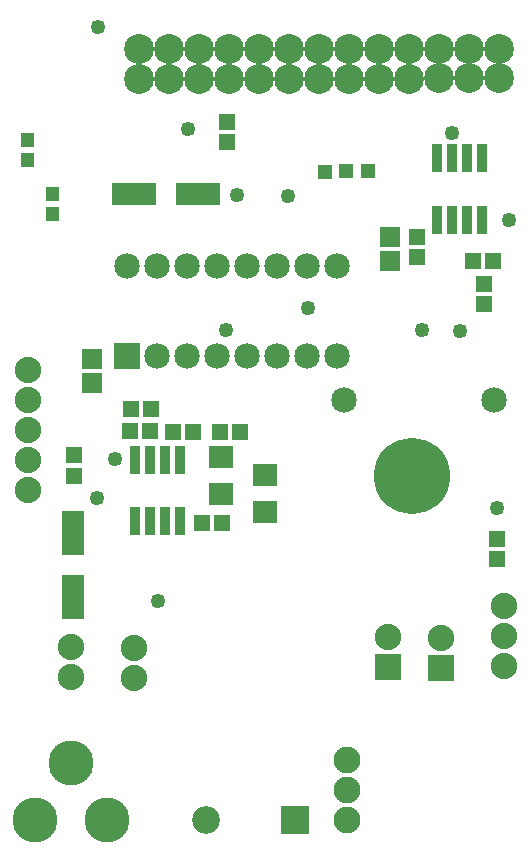
<source format=gts>
G04 MADE WITH FRITZING*
G04 WWW.FRITZING.ORG*
G04 DOUBLE SIDED*
G04 HOLES PLATED*
G04 CONTOUR ON CENTER OF CONTOUR VECTOR*
%ASAXBY*%
%FSLAX23Y23*%
%MOIN*%
%OFA0B0*%
%SFA1.0B1.0*%
%ADD10C,0.049370*%
%ADD11C,0.092000*%
%ADD12C,0.254094*%
%ADD13C,0.089370*%
%ADD14C,0.150000*%
%ADD15C,0.085000*%
%ADD16C,0.088000*%
%ADD17C,0.099639*%
%ADD18C,0.099583*%
%ADD19R,0.053307X0.057244*%
%ADD20R,0.092000X0.092000*%
%ADD21R,0.147795X0.072992*%
%ADD22R,0.049370X0.049370*%
%ADD23R,0.084803X0.072992*%
%ADD24R,0.034000X0.097000*%
%ADD25R,0.057244X0.053307*%
%ADD26R,0.069055X0.065118*%
%ADD27R,0.072992X0.147795*%
%ADD28R,0.085000X0.085000*%
%ADD29R,0.088000X0.088000*%
%ADD30C,0.010000*%
%LNMASK1*%
G90*
G70*
G54D10*
X1501Y2403D03*
X1689Y2113D03*
X1019Y1818D03*
X747Y1746D03*
X375Y1315D03*
X316Y1185D03*
X519Y842D03*
X1400Y1747D03*
X1526Y1744D03*
X618Y2415D03*
X1651Y1152D03*
X782Y2197D03*
X954Y2194D03*
G54D11*
X976Y113D03*
X678Y113D03*
G54D10*
X321Y2755D03*
G54D12*
X1367Y1260D03*
G54D13*
X1150Y112D03*
X1150Y212D03*
X1150Y312D03*
G54D14*
X350Y113D03*
X110Y113D03*
X230Y303D03*
X350Y113D03*
X110Y113D03*
X230Y303D03*
G54D15*
X416Y1658D03*
X416Y1958D03*
X516Y1658D03*
X516Y1958D03*
X616Y1658D03*
X616Y1958D03*
X716Y1658D03*
X716Y1958D03*
X816Y1658D03*
X816Y1958D03*
X916Y1658D03*
X916Y1958D03*
X1016Y1658D03*
X1016Y1958D03*
X1116Y1658D03*
X1116Y1958D03*
G54D16*
X1286Y622D03*
X1286Y722D03*
X1464Y620D03*
X1464Y720D03*
G54D15*
X1139Y1512D03*
X1639Y1512D03*
G54D16*
X230Y689D03*
X230Y589D03*
X438Y687D03*
X438Y587D03*
X87Y1213D03*
X87Y1313D03*
X87Y1413D03*
X87Y1513D03*
X87Y1613D03*
X1674Y626D03*
X1674Y726D03*
X1674Y826D03*
G54D17*
X456Y2684D03*
G54D18*
X556Y2684D03*
X656Y2684D03*
X756Y2684D03*
X856Y2684D03*
X956Y2684D03*
X1056Y2684D03*
X1156Y2684D03*
X1256Y2684D03*
X1356Y2684D03*
X1456Y2684D03*
X1556Y2684D03*
X1656Y2684D03*
X456Y2584D03*
X555Y2584D03*
X656Y2584D03*
X756Y2584D03*
X856Y2584D03*
X956Y2584D03*
X1056Y2584D03*
X1156Y2584D03*
X1256Y2584D03*
X1356Y2584D03*
X1456Y2585D03*
X1556Y2585D03*
X1656Y2585D03*
G54D19*
X751Y2372D03*
X751Y2439D03*
G54D20*
X977Y113D03*
G54D21*
X440Y2199D03*
X653Y2199D03*
G54D22*
X1147Y2275D03*
X1219Y2275D03*
X1077Y2274D03*
G54D23*
X877Y1263D03*
X877Y1141D03*
X730Y1322D03*
X730Y1200D03*
G54D24*
X1501Y2113D03*
X1451Y2319D03*
X1551Y2319D03*
X1551Y2113D03*
X1501Y2319D03*
X1601Y2113D03*
X1601Y2319D03*
X1451Y2113D03*
X542Y1314D03*
X592Y1108D03*
X492Y1108D03*
X492Y1314D03*
X542Y1108D03*
X442Y1314D03*
X442Y1108D03*
X592Y1314D03*
G54D25*
X1568Y1975D03*
X1635Y1975D03*
G54D26*
X1294Y1976D03*
X1294Y2057D03*
G54D19*
X1649Y984D03*
X1649Y1051D03*
X1384Y1990D03*
X1384Y2057D03*
G54D25*
X734Y1102D03*
X667Y1102D03*
G54D19*
X1606Y1832D03*
X1606Y1899D03*
G54D26*
X298Y1651D03*
X298Y1571D03*
G54D25*
X493Y1408D03*
X426Y1408D03*
G54D19*
X240Y1261D03*
X240Y1328D03*
G54D25*
X428Y1482D03*
X495Y1482D03*
X726Y1405D03*
X793Y1405D03*
X569Y1405D03*
X636Y1405D03*
G54D27*
X236Y1069D03*
X236Y856D03*
G54D28*
X416Y1658D03*
G54D29*
X1286Y622D03*
X1464Y620D03*
G54D30*
G36*
X190Y2177D02*
X147Y2177D01*
X147Y2224D01*
X190Y2224D01*
X190Y2177D01*
G37*
D02*
G36*
X190Y2110D02*
X147Y2110D01*
X147Y2157D01*
X190Y2157D01*
X190Y2110D01*
G37*
D02*
G36*
X107Y2356D02*
X64Y2356D01*
X64Y2403D01*
X107Y2403D01*
X107Y2356D01*
G37*
D02*
G36*
X107Y2289D02*
X64Y2289D01*
X64Y2336D01*
X107Y2336D01*
X107Y2289D01*
G37*
D02*
G04 End of Mask1*
M02*
</source>
